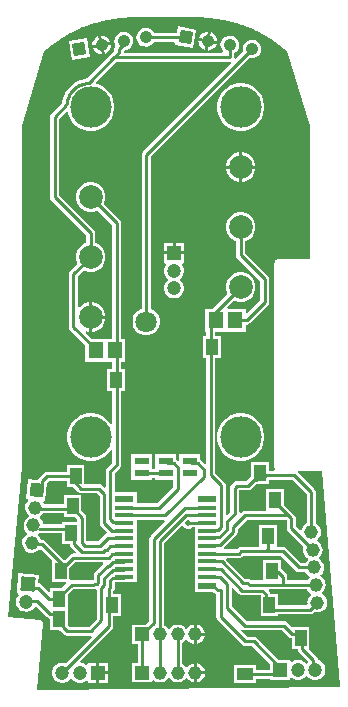
<source format=gbr>
%FSTAX23Y23*%
%MOMM*%
%SFA1B1*%

%IPPOS*%
%AMD18*
4,1,4,-0.617220,-0.431800,0.431800,-0.617220,0.617220,0.431800,-0.431800,0.617220,-0.617220,-0.431800,0.0*
%
%AMD25*
4,1,4,-0.650240,-0.546100,0.546100,-0.650240,0.650240,0.546100,-0.546100,0.650240,-0.650240,-0.546100,0.0*
%
%AMD26*
4,1,4,-0.622300,-0.520700,0.520700,-0.622300,0.622300,0.520700,-0.520700,0.622300,-0.622300,-0.520700,0.0*
%
%AMD28*
4,1,4,-0.431800,-0.617220,0.617220,-0.431800,0.431800,0.617220,-0.617220,0.431800,-0.431800,-0.617220,0.0*
%
%ADD10C,0.253999*%
%ADD11R,1.599997X0.599999*%
%ADD12R,1.599997X0.399999*%
%ADD13R,1.349997X0.999998*%
%ADD14R,0.999998X1.349997*%
%ADD15R,1.304637X1.456197*%
%ADD16R,1.269997X0.634999*%
%ADD17C,1.069998*%
G04~CAMADD=18~10~0.0~421.3~0.0~0.0~0.0~0.0~0~0.0~0.0~0.0~0.0~0~0.0~0.0~0.0~0.0~0~0.0~0.0~0.0~170.0~421.3~0.0*
%ADD18D18*%
%ADD19R,1.199998X1.199998*%
%ADD20C,1.199998*%
%ADD21C,1.149998*%
%ADD22C,1.999996*%
%ADD23R,1.149998X1.149998*%
%ADD24R,1.199998X1.199998*%
G04~CAMADD=25~10~0.0~472.4~0.0~0.0~0.0~0.0~0~0.0~0.0~0.0~0.0~0~0.0~0.0~0.0~0.0~0~0.0~0.0~0.0~175.0~472.4~0.0*
%ADD25D25*%
G04~CAMADD=26~10~0.0~452.8~0.0~0.0~0.0~0.0~0~0.0~0.0~0.0~0.0~0~0.0~0.0~0.0~0.0~0~0.0~0.0~0.0~175.0~452.8~0.0*
%ADD26D26*%
%ADD27C,1.799996*%
G04~CAMADD=28~10~0.0~421.3~0.0~0.0~0.0~0.0~0~0.0~0.0~0.0~0.0~0~0.0~0.0~0.0~0.0~0~0.0~0.0~0.0~190.0~421.3~0.0*
%ADD28D28*%
%ADD29C,3.499993*%
%ADD30C,0.499999*%
%LNflightstick_trigger_rightv2_copper_signal_top-1*%
%LPD*%
G36*
X-0686Y07664D02*
X-06845D01*
X-06845*
X-06825*
X-06825*
X-06825*
X-0681*
X-06795Y07664*
X-06795*
X-06775*
X-06699Y07664*
X-06684Y07664*
X-06684Y07664*
X-06684Y07664*
X-06669*
X-06562Y07664*
X-06562*
X-06527*
X-06527*
X-06527*
X-06466Y07663*
X-06466*
X-06466*
X-0642*
X-0642*
X-0642*
X-0639Y07663*
X-0639Y07663*
X-0639Y07663*
X-06331*
X-0633Y07663*
X-0633Y07663*
X-06292Y07663*
X-06292*
X-06292*
X-06254*
X-06254*
X-06178Y07663*
X-06178*
X-06159Y07664*
X-0614*
X-0614*
X-06039Y07664*
X-05938Y07664*
X-05919*
X-05881*
X-05824*
X-05805*
X-05805*
X-05805*
X-05786*
X-05749Y07664*
X-0573*
X-05711Y07664*
X-05692*
X-05673Y07664*
X-05641Y07664*
X-05604Y07663*
X-05585Y07663*
X-05566Y07663*
X-05528Y07663*
X-05509Y07663*
X-0549Y07663*
X-05459Y07663*
X-05459*
X-05434Y07663*
X-05408Y07663*
X-05383Y07663*
X-05346Y07663*
X-05308Y07663*
X-05283Y07662*
X-05283*
X-05258Y07662*
X-05233Y07662*
X-05195Y07662*
X-05195*
X-0517Y07662*
X-05132Y07662*
X-05107Y07661*
X-05082Y07661*
X-05082*
X-05044Y07661*
X-05019Y07661*
Y07661*
X-04994Y0766*
X-04956Y0766*
X-04932Y0766*
X-04906Y07659*
X-04881Y07659*
X-04856Y07659*
X-04832Y07659*
X-04831*
X-04813Y07658*
X-04794Y07658*
X-04775Y07658*
X-04775*
X-04756Y07658*
X-04756*
X-04738Y07657*
X-04719Y07657*
X-047Y07657*
X-04681Y07656*
X-04663Y07656*
X-04644Y07656*
X-04625Y07655*
X-04607Y07655*
X-04588Y07655*
X-04569Y07654*
X-0455Y07654*
X-04532Y07654*
X-04513Y07653*
X-04494Y07653*
X-04476Y07652*
X-04457Y07652*
X-04438Y07652*
X-04419Y07651*
X-04401Y07651*
X-04382Y0765*
X-04363Y0765*
X-04345Y07649*
X-04326Y07649*
X-04307Y07648*
X-04288Y07648*
X-0427Y07647*
X-04251Y07647*
X-04233Y07646*
X-04214Y07646*
X-04189Y07645*
X-04164Y07644*
X-04139Y07644*
X-04115Y07643*
X-0409Y07642*
X-04065Y07641*
X-0404Y0764*
X-04015Y07639*
X-0399Y07638*
X-03965Y07638*
X-03965*
X-0394Y07637*
X-03916Y07636*
X-03891Y07635*
X-03866Y07634*
X-03841Y07633*
Y07633*
X-03816Y07631*
X-03792Y0763*
X-03767Y07629*
X-03742Y07628*
X-03717Y07627*
X-03692Y07626*
X-03668Y07625*
X-03643Y07623*
X-03618Y07622*
X-03593Y07621*
X-03562Y07619*
X-03532Y07617*
X-035Y07616*
X-0347Y07614*
X-03439Y07612*
X-03408Y0761*
X-03377Y07608*
X-03346Y07606*
X-03316Y07604*
X-03285Y07602*
X-03253Y076*
X-03253*
X-03223Y07598*
X-03192Y07596*
X-03161Y07594*
X-0313Y07591*
X-031Y07589*
X-03069Y07587*
X-03038Y07584*
X-03001Y07581*
X-02964Y07578*
X-02927Y07575*
X-0289Y07572*
X-02853Y07569*
X-02816Y07565*
X-02779Y07562*
X-02743Y07559*
X-02706Y07555*
X-02669Y07551*
X-02632Y07548*
X-02595Y07544*
X-02559Y0754*
X-02516Y07535*
X-02472Y0753*
X-0243Y07526*
X-02387Y07521*
X-02344Y07516*
X-02301Y0751*
X-02258Y07505*
X-02216Y07499*
X-02173Y07494*
X-02129Y07488*
X-02081Y07481*
X-02032Y07475*
X-01983Y07468*
X-01934Y0746*
X-01885Y07453*
X-01837Y07445*
X-01788Y07438*
X-01733Y07429*
X-01678Y0742*
X-01623Y0741*
X-01568Y07401*
X-01514Y07391*
X-01453Y0738*
X-01392Y07368*
X-01331Y07356*
X-0127Y07344*
X-01204Y0733*
X-01137Y07316*
X-0107Y07302*
X-00997Y07286*
X-00924Y07269*
X-00845Y0725*
X-00766Y07231*
X-00682Y0721*
X-00591Y07186*
X-005Y07162*
X-00403Y07135*
X-00294Y07103*
X-00173Y07066*
X-00124Y07051*
X-00034Y07023*
X00058Y06992*
X0016Y06958*
X00273Y06918*
X00403Y06871*
X00563Y0681*
X0066Y06773*
X00854Y06692*
X01047Y06608*
X01237Y0652*
X01332Y06474*
X01332*
X01358Y06461*
X01412Y06434*
X01465Y06408*
X01518Y06381*
X01543Y06368*
X01687Y06292*
X01801Y0623*
X01899Y06175*
X01989Y06124*
X0207Y06076*
X02144Y06032*
X02213Y0599*
X02279Y0595*
X0234Y05911*
X02398Y05875*
X02455Y05838*
X02508Y05803*
X02562Y05768*
X02611Y05735*
X02661Y05702*
X02706Y05671*
X02751Y0564*
X02797Y05609*
X02842Y05577*
X02884Y05548*
X02925Y05518*
X02967Y05488*
X03008Y05459*
X03046Y05431*
X03083Y05403*
X03121Y05375*
X03158Y05348*
X03196Y05319*
X03234Y05291*
X03267Y05266*
X03301Y0524*
X03335Y05213*
X03369Y05187*
X03403Y05161*
X03436Y05135*
X0347Y05108*
X03504Y05081*
X03534Y05058*
X03564Y05033*
X03594Y05009*
X03624Y04985*
X03654Y04961*
X03684Y04936*
X03714Y04911*
X03744Y04886*
X03774Y04861*
X03808Y04833*
X03828Y04817*
X03864Y04786*
X039Y04755*
X03937Y04724*
X03943Y04719*
X05844Y-01584*
Y-12889*
X0315*
X03032Y-12912*
X02933Y-12978*
X02867Y-13077*
X02844Y-13194*
Y-30479*
X02867Y-30597*
X02905Y-30653*
X02848Y-3078*
X02415*
Y-30058*
X00907*
Y-31215*
X00839Y-31261*
X00445Y-31655*
X-00293*
X-00442Y-31685*
X-00568Y-31769*
X-00782Y-31983*
X-00866Y-32109*
X-00896Y-32258*
Y-34256*
X-01163Y-34522*
X-0128Y-34474*
Y-31996*
X-0131Y-31847*
X-01394Y-31721*
X-02151Y-30964*
Y-21248*
X-01669*
Y-1939*
X-02151*
Y-19016*
X00442*
Y-18422*
X00508*
X00656Y-18392*
X00782Y-18308*
X02306Y-16784*
X0239Y-16658*
X0242Y-1651*
Y-14541*
X0239Y-14392*
X02306Y-14266*
X00388Y-12348*
Y-11354*
X00483Y-11328*
X00769Y-11163*
X01003Y-10929*
X01168Y-10643*
X01253Y-10325*
Y-09994*
X01168Y-09675*
X01003Y-0939*
X00769Y-09156*
X00483Y-08991*
X00165Y-08905*
X-00165*
X-00483Y-08991*
X-00769Y-09156*
X-01003Y-0939*
X-01168Y-09675*
X-01253Y-09994*
Y-10325*
X-01168Y-10643*
X-01003Y-10929*
X-00769Y-11163*
X-00483Y-11328*
X-00388Y-11354*
Y-12509*
X-00358Y-12658*
X-00274Y-12784*
X01643Y-14702*
Y-16349*
X00559Y-17433*
X00442Y-17384*
Y-17051*
X-01096*
X-01145Y-16934*
X-00569Y-16359*
X-00483Y-16408*
X-00165Y-16493*
X00165*
X00483Y-16408*
X00769Y-16243*
X01003Y-16009*
X01168Y-15723*
X01253Y-15405*
Y-15074*
X01168Y-14755*
X01003Y-1447*
X00769Y-14236*
X00483Y-14071*
X00165Y-13985*
X-00165*
X-00483Y-14071*
X-00769Y-14236*
X-01003Y-1447*
X-01168Y-14755*
X-01253Y-15074*
Y-15405*
X-01168Y-15723*
X-01119Y-15809*
X-02361Y-17051*
X-02982*
Y-19016*
X-02928*
Y-1939*
X-03177*
Y-21248*
X-02928*
Y-3017*
X-03045Y-30219*
X-03377Y-29887*
X-03429Y-29853*
Y-294*
X-05207*
Y-29924*
X-05324Y-29972*
X-05409Y-29887*
X-05461Y-29853*
Y-294*
X-07239*
Y-30599*
X-07493*
Y-294*
X-09271*
Y-30543*
Y-31559*
X-07493*
Y-31376*
X-07239*
Y-31559*
X-05722*
Y-32148*
X-0709Y-33516*
X-08795*
Y-326*
X-10642*
Y-3096*
X-10218Y-30536*
X-10134Y-3041*
X-10104Y-30261*
Y-24042*
X-09775*
Y-22184*
X-10104*
Y-21556*
X-09761*
Y-19591*
X-10104*
Y-09826*
X-10134Y-09678*
X-10218Y-09552*
X-1158Y-08189*
X-11531Y-08103*
X-11445Y-07785*
Y-07454*
X-11531Y-07135*
X-11696Y-0685*
X-1193Y-06616*
X-12215Y-06451*
X-12534Y-06365*
X-12865*
X-13183Y-06451*
X-13469Y-06616*
X-13703Y-0685*
X-13868Y-07135*
X-13953Y-07454*
Y-07785*
X-13868Y-08103*
X-13703Y-08389*
X-13469Y-08623*
X-13183Y-08788*
X-12865Y-08873*
X-12534*
X-12215Y-08788*
X-1213Y-08739*
X-10881Y-09987*
Y-19591*
X-12636*
X-13135Y-19093*
X-13069Y-18979*
X-12865Y-19033*
X-12827*
Y-1778*
Y-16525*
X-12865*
X-13183Y-16611*
X-13469Y-16776*
X-13641Y-16948*
X-13768Y-16895*
Y-14317*
X-13269Y-13819*
X-13183Y-13868*
X-12865Y-13953*
X-12534*
X-12215Y-13868*
X-1193Y-13703*
X-11696Y-13469*
X-11531Y-13183*
X-11445Y-12865*
Y-12534*
X-11531Y-12215*
X-11696Y-1193*
X-1193Y-11696*
X-12215Y-11531*
X-12311Y-11505*
Y-10668*
X-12341Y-10519*
X-12425Y-10393*
X-15359Y-07459*
Y-00995*
X-14775Y-00411*
X-14653Y-00448*
X-14626Y-00584*
X-14475Y-00949*
X-14256Y-01277*
X-13977Y-01556*
X-13649Y-01775*
X-13284Y-01926*
X-12897Y-02003*
X-12502*
X-12115Y-01926*
X-1175Y-01775*
X-11422Y-01556*
X-11143Y-01277*
X-10924Y-00949*
X-10773Y-00584*
X-10695Y-00197*
Y00197*
X-10773Y00584*
X-10924Y00949*
X-11143Y01277*
X-11422Y01556*
X-1175Y01775*
X-12115Y01926*
X-12251Y01953*
X-12287Y02075*
X-10532Y03831*
X-00917*
X-00852Y03844*
X-0079Y03727*
X-08275Y-03758*
X-08359Y-03884*
X-08389Y-04032*
Y-1707*
X-08446Y-17085*
X-08709Y-17237*
X-08924Y-17452*
X-09076Y-17715*
X-09154Y-18009*
Y-18312*
X-09076Y-18606*
X-08924Y-18869*
X-08709Y-19084*
X-08446Y-19236*
X-08152Y-19314*
X-07849*
X-07555Y-19236*
X-07292Y-19084*
X-07077Y-18869*
X-06925Y-18606*
X-06846Y-18312*
Y-18009*
X-06925Y-17715*
X-07077Y-17452*
X-07292Y-17237*
X-07555Y-17085*
X-07612Y-1707*
Y-04193*
X00744Y04162*
X00923Y04131*
X0113Y04149*
X01325Y0422*
X01495Y04339*
X01629Y04498*
X01717Y04687*
X01753Y04891*
X01735Y05098*
X01664Y05293*
X01544Y05464*
X01385Y05597*
X01197Y05685*
X00992Y05721*
X00785Y05703*
X0059Y05632*
X0042Y05513*
X00286Y05353*
X00199Y05165*
X00163Y04961*
X00181Y04754*
X00195Y04713*
X-00425Y04092*
X-00542Y04154*
X-00529Y04219*
Y04566*
X-0038Y0467*
X-00246Y04829*
X-00158Y05017*
X-00122Y05222*
X-0014Y05429*
X-00212Y05624*
X-00331Y05794*
X-0049Y05928*
X-00678Y06016*
X-00883Y06052*
X-0109Y06034*
X-01285Y05963*
X-01455Y05843*
X-01589Y05684*
X-01676Y05496*
X-01712Y05291*
X-01694Y05084*
X-01623Y04889*
X-01515Y04735*
X-01548Y04608*
X-09822*
X-09859Y0467*
X-09796Y04806*
X-09666Y04829*
X-09478Y04916*
X-09319Y0505*
X-092Y0522*
X-09129Y05415*
X-0911Y05622*
X-09147Y05827*
X-09234Y06015*
X-09368Y06174*
X-09538Y06293*
X-09733Y06364*
X-0994Y06383*
X-10145Y06346*
X-10333Y06259*
X-10492Y06125*
X-10611Y05955*
X-10682Y0576*
X-10701Y05553*
X-10664Y05348*
X-10602Y05214*
X-10675Y05104*
X-10705Y04956*
Y04756*
X-10967Y04494*
X-13024Y02437*
X-13181Y02422*
X-13645Y02281*
X-14072Y02053*
X-14446Y01746*
X-14753Y01372*
X-14981Y00945*
X-15122Y00481*
X-15137Y00324*
X-16022Y-0056*
X-16106Y-00686*
X-16136Y-00835*
Y-0762*
X-16106Y-07768*
X-16022Y-07894*
X-13088Y-10828*
Y-11505*
X-13183Y-11531*
X-13469Y-11696*
X-13703Y-1193*
X-13868Y-12215*
X-13953Y-12534*
Y-12865*
X-13868Y-13183*
X-13819Y-13269*
X-14431Y-13882*
X-14515Y-14008*
X-14545Y-14156*
Y-1862*
X-14515Y-18769*
X-14431Y-18895*
X-13185Y-20141*
Y-21556*
X-10881*
Y-22184*
X-11283*
Y-24042*
X-10881*
Y-26825*
X-11008Y-26864*
X-11143Y-26662*
X-11422Y-26383*
X-1175Y-26164*
X-12115Y-26013*
X-12502Y-25935*
X-12897*
X-13284Y-26013*
X-13649Y-26164*
X-13977Y-26383*
X-14256Y-26662*
X-14475Y-2699*
X-14626Y-27355*
X-14703Y-27742*
Y-28137*
X-14626Y-28524*
X-14475Y-28889*
X-14256Y-29217*
X-13977Y-29496*
X-13649Y-29715*
X-13284Y-29866*
X-12897Y-29943*
X-12502*
X-12115Y-29866*
X-1175Y-29715*
X-11422Y-29496*
X-11143Y-29217*
X-11008Y-29015*
X-10881Y-29054*
Y-301*
X-11305Y-30524*
X-11389Y-3065*
X-11419Y-30799*
Y-32188*
X-11536Y-32236*
X-1175Y-32023*
X-11876Y-31939*
X-12024Y-31909*
X-13226*
Y-30312*
X-14734*
Y-30853*
X-16391*
X-16539Y-30883*
X-16665Y-30967*
X-17112Y-31413*
X-17196Y-31539*
X-17207Y-31594*
X-18035Y-31522*
X-18179Y-33174*
X-18032Y-33187*
X-17991Y-33318*
X-18029Y-33349*
X-18154Y-33528*
X-18228Y-33733*
X-18247Y-33951*
X-1821Y-34166*
X-18117Y-34364*
X-17977Y-34531*
X-17939Y-34557*
X-1795Y-34684*
X-17992Y-34703*
X-18159Y-34844*
X-18284Y-35023*
X-18359Y-35228*
X-18378Y-35445*
X-1834Y-3566*
X-18248Y-35858*
X-18108Y-36025*
X-1807Y-36052*
X-18081Y-36178*
X-18123Y-36198*
X-1829Y-36338*
X-18415Y-36517*
X-1849Y-36722*
X-18509Y-36939*
X-18471Y-37154*
X-18379Y-37352*
X-18238Y-37519*
X-1806Y-37645*
X-17855Y-37719*
X-17637Y-37738*
X-17422Y-377*
X-17224Y-37608*
X-17057Y-37468*
X-16898Y-37462*
X-16004Y-38355*
Y-40171*
X-14784*
X-14735Y-40289*
X-15173Y-40726*
X-16131*
Y-41036*
X-16249Y-41085*
X-16925Y-40409*
X-17051Y-40325*
X-17173Y-40301*
X-1711Y-39585*
X-18812Y-39436*
X-18961Y-41137*
X-18835Y-41148*
X-18815Y-4121*
X-18805Y-41279*
X-1893Y-41458*
X-19007Y-41669*
X-19027Y-41893*
X-18988Y-42114*
X-18893Y-42318*
X-18748Y-4249*
X-18564Y-42619*
X-18353Y-42696*
X-18129Y-42716*
X-17907Y-42677*
X-17703Y-42582*
X-17531Y-42437*
X-17455Y-42328*
X-17294Y-42309*
X-16395Y-43208*
X-16269Y-43292*
X-16142Y-43317*
Y-44235*
X-15342*
X-1529Y-44313*
X-14966Y-44637*
X-1484Y-44721*
X-14691Y-44751*
X-12714*
X-12684Y-44745*
X-12621Y-44862*
X-14824Y-47065*
X-14976Y-47024*
X-15201*
X-15418Y-47083*
X-15613Y-47195*
X-15772Y-47354*
X-15884Y-47549*
X-15942Y-47766*
Y-47991*
X-15884Y-48208*
X-15772Y-48403*
X-15613Y-48562*
X-15418Y-48674*
X-15201Y-48732*
X-14976*
X-14759Y-48674*
X-14564Y-48562*
X-14414Y-48411*
X-14378Y-48397*
X-14299*
X-14263Y-48411*
X-14113Y-48562*
X-13918Y-48674*
X-13701Y-48732*
X-13476*
X-13259Y-48674*
X-13069Y-48565*
X-13002Y-48581*
X-12942Y-48606*
Y-48732*
X-12215*
Y-47879*
Y-47024*
X-12942*
Y-47151*
X-13002Y-47176*
X-13069Y-47192*
X-13259Y-47083*
X-13476Y-47024*
X-13519*
X-13568Y-46907*
X-10893Y-44233*
X-10809Y-44107*
X-1078Y-43958*
Y-43092*
X-10167*
Y-41234*
X-1078*
Y-40968*
X-10756Y-40944*
X-10672Y-40818*
X-10642Y-40669*
Y-40212*
X-09918*
X-09901Y-40208*
X-08795*
Y-39558*
Y-38908*
Y-38258*
Y-37608*
Y-36958*
Y-36308*
Y-35658*
Y-34943*
X-06472*
X-0642Y-3507*
X-07628Y-36278*
X-07712Y-36404*
X-07742Y-36553*
Y-43482*
X-08066Y-43805*
X-09174*
Y-45463*
X-08722*
Y-47049*
X-09162*
Y-48707*
X-07504*
Y-48559*
X-07377Y-48507*
X-07343Y-48542*
X-07153Y-48651*
X-06943Y-48707*
X-06724*
X-06514Y-48651*
X-06324Y-48542*
X-0617Y-48388*
X-06147Y-48347*
X-0602*
X-05997Y-48388*
X-05843Y-48542*
X-05653Y-48651*
X-05443Y-48707*
X-05224*
X-05014Y-48651*
X-04824Y-48542*
X-0467Y-48388*
X-04647Y-48347*
X-0452*
X-04497Y-48388*
X-04343Y-48542*
X-04153Y-48651*
X-0396Y-48703*
Y-47879*
Y-47054*
X-04153Y-47106*
X-04343Y-47215*
X-04497Y-47369*
X-0452Y-4741*
X-04647*
X-0467Y-47369*
X-04824Y-47215*
X-04951Y-47142*
Y-45364*
X-04836Y-45298*
X-04682Y-45144*
X-04659Y-45103*
X-04532*
X-04509Y-45144*
X-04355Y-45298*
X-04165Y-45407*
X-03972Y-45459*
Y-44634*
Y-4381*
X-04165Y-43862*
X-04355Y-43971*
X-04509Y-44125*
X-04532Y-44166*
X-04659*
X-04682Y-44125*
X-04836Y-43971*
X-05025Y-43862*
X-05236Y-43805*
X-05455*
X-05665Y-43862*
X-05855Y-43971*
X-06009Y-44125*
X-06032Y-44166*
X-06159*
X-06182Y-44125*
X-06336Y-43971*
X-06457Y-43902*
Y-36924*
X-04998Y-35465*
X-04844Y-35491*
X-0473Y-35606*
X-04545Y-35682*
X-04344*
X-04159Y-35606*
X-04133Y-3558*
X-03903*
Y-36308*
Y-36958*
Y-37608*
Y-38258*
Y-38908*
Y-39558*
Y-40208*
Y-41058*
X-02345*
X-02235Y-41168*
X-02109Y-41252*
X-02057Y-41263*
Y-43161*
X-02027Y-4331*
X-01943Y-43436*
X00117Y-45497*
X00243Y-45581*
X00391Y-45611*
X00939*
X02471Y-47143*
Y-47628*
X01309*
Y-47262*
X-00547*
Y-4877*
X01309*
Y-48405*
X02471*
Y-48478*
X04179*
Y-48352*
X04239Y-48327*
X04306Y-48311*
X04496Y-4842*
X04713Y-48478*
X04938*
X05155Y-4842*
X0535Y-48308*
X055Y-48157*
X05536Y-48143*
X05615*
X05651Y-48157*
X05801Y-48308*
X05996Y-4842*
X06213Y-48478*
X06438*
X06655Y-4842*
X0685Y-48308*
X07009Y-48149*
X07121Y-47954*
X07179Y-47737*
Y-47512*
X07121Y-47295*
X07009Y-471*
X0685Y-46941*
X06655Y-46829*
X06541Y-46798*
Y-46792*
X06511Y-46644*
X06427Y-46518*
X05891Y-45982*
X05822Y-45886*
Y-44028*
X04323*
X03922Y-43627*
X03796Y-43543*
X03647Y-43513*
X00501*
X-00772Y-42239*
Y-40739*
X-00655Y-40691*
X-00137Y-41208*
X-00011Y-41292*
X00136Y-41322*
X01657*
X0168Y-41346*
Y-43092*
X03188*
Y-42925*
X05899*
X06047Y-42895*
X06173Y-42811*
X06239Y-42745*
X06451Y-42783*
X06669Y-42764*
X06874Y-42689*
X07053Y-42564*
X07193Y-42397*
X07285Y-42199*
X07323Y-41984*
X07304Y-41766*
X07229Y-41561*
X07104Y-41382*
X06937Y-41242*
X06895Y-41223*
X06884Y-41096*
X06922Y-4107*
X07062Y-40902*
X07154Y-40704*
X07192Y-4049*
X07173Y-40272*
X07099Y-40067*
X06973Y-39888*
X06806Y-39748*
X06764Y-39728*
X06753Y-39602*
X06791Y-39575*
X06931Y-39408*
X07024Y-3921*
X07062Y-38995*
X07043Y-38778*
X06968Y-38573*
X06843Y-38394*
X06675Y-38254*
X06634Y-38234*
X06622Y-38108*
X0666Y-38081*
X06801Y-37914*
X06893Y-37716*
X06931Y-37501*
X06912Y-37283*
X06837Y-37078*
X06712Y-369*
X06545Y-36759*
X06503Y-3674*
X06492Y-36613*
X0653Y-36587*
X0667Y-36419*
X06762Y-36222*
X068Y-36007*
X06781Y-35789*
X06706Y-35584*
X06581Y-35405*
X06414Y-35265*
X06353Y-35237*
Y-32599*
X06324Y-3245*
X06239Y-32324*
X04828Y-30912*
X04843Y-30839*
X04875Y-30785*
X06869*
X08432Y-49014*
X08346Y-49108*
X-17122Y-49361*
X-17208Y-49268*
X-16713Y-43722*
X-16726Y-43603*
X-16783Y-43499*
X-16876Y-43424*
X-1699Y-4339*
X-19674Y-43151*
X-18545Y-30507*
X-18546Y-30493*
X-18544Y-3048*
Y-01584*
X-16643Y04718*
X-1661Y04746*
X-16569Y04781*
X-16528Y04815*
X-16487Y0485*
X-16448Y04883*
X-16408Y04915*
X-16368Y04948*
X-16329Y0498*
X-16289Y05012*
X-16249Y05044*
X-16209Y05076*
X-1617Y05107*
X-16131Y05138*
X-16093Y05168*
X-16055Y05197*
X-16017Y05227*
X-15978Y05257*
X-15939Y05286*
X-15901Y05315*
X-15862Y05344*
X-15823Y05373*
X-15785Y05402*
X-15747Y05429*
X-15711Y05456*
X-15673Y05483*
X-15636Y0551*
X-15598Y05537*
X-15562Y05563*
X-15524Y05589*
X-15487Y05616*
X-15449Y05642*
X-15411Y05668*
X-15374Y05693*
X-15336Y05718*
X-153Y05742*
X-15265Y05766*
X-15229Y0579*
X-15192Y05814*
X-15156Y05837*
X-1512Y05861*
X-15085Y05883*
X-15048Y05906*
X-15012Y05929*
X-14976Y05952*
X-1494Y05974*
X-14903Y05996*
X-14865Y0602*
X-14844Y06032*
X-1472Y06106*
X-14582Y06185*
X-14425Y06271*
X-14402Y06284*
X-14353Y0631*
X-14305Y06336*
X-14256Y06361*
X-14232Y06374*
X-14231*
X-14231Y06374*
X-14118Y06432*
X-13887Y06544*
X-13654Y0665*
X-13418Y0675*
X-13265Y0681*
X-13196Y06837*
X-13128Y06863*
X-13059Y06888*
X-13024Y06901*
X-13024*
X-13024*
X-13002Y06909*
X-12956Y06925*
X-12911Y06941*
X-12866Y06957*
X-12844Y06964*
X-12697Y07013*
X-12573Y07053*
X-12463Y07086*
X-1236Y07117*
X-12268Y07143*
X-12179Y07167*
X-12098Y07189*
X-1202Y07209*
X-11946Y07228*
X-11875Y07246*
X-11808Y07262*
X-11745Y07276*
X-11681Y07291*
X-11621Y07304*
X-11565Y07316*
X-11509Y07328*
X-11456Y07339*
X-11402Y0735*
X-1135Y0736*
X-11297Y07371*
X-11229Y07384*
X-11171Y07394*
X-11117Y07404*
X-11064Y07413*
X-11011Y07422*
X-10958Y07431*
X-10904Y0744*
X-10856Y07448*
X-10807Y07455*
X-10759Y07462*
X-1071Y0747*
X-10661Y07477*
X-10617Y07483*
X-10574Y07489*
X-1053Y07495*
X-10486Y075*
X-10442Y07506*
X-10398Y07512*
X-10354Y07517*
X-10316Y07522*
X-10276Y07526*
X-10238Y07531*
X-10198Y07535*
X-10159Y07539*
X-1012Y07543*
X-10081Y07547*
X-10042Y07551*
X-10003Y07555*
X-09968Y07559*
X-09934Y07562*
X-099Y07565*
X-09865Y07568*
X-09831Y07571*
X-09797Y07574*
X-09763Y07577*
X-09729Y0758*
X-09694Y07583*
X-0966Y07586*
X-09625Y07588*
X-09591Y07591*
X-09562Y07593*
X-09532Y07595*
X-09503Y07598*
X-09473Y076*
X-09444Y07602*
X-09415Y07604*
X-09385Y07606*
X-09355Y07607*
X-09326Y07609*
X-09296Y07611*
X-09267Y07613*
X-09237Y07615*
X-09207Y07616*
X-09178Y07618*
X-09148Y0762*
X-09124Y07621*
X-09099Y07622*
X-09075Y07623*
X-0905Y07625*
X-09025Y07626*
X-09001Y07627*
X-09001*
X-08976Y07628*
X-08976*
X-08951Y07629*
X-08927Y0763*
X-08902Y07632*
X-08902*
X-08877Y07633*
X-08852Y07634*
X-08852*
X-08828Y07635*
X-08803Y07636*
X-08778Y07637*
X-08754Y07638*
X-08729Y07639*
X-08704Y07639*
X-08679Y0764*
X-08654Y07641*
X-08635Y07642*
X-08615Y07643*
X-08615*
X-08595Y07643*
X-08575Y07644*
X-08555Y07644*
X-08555*
X-08536Y07645*
X-08516Y07646*
Y07646*
X-08496Y07646*
X-08476Y07647*
X-08456Y07647*
X-08436Y07648*
X-08416Y07649*
X-08397Y07649*
X-08377Y0765*
X-08357Y0765*
X-08337Y07651*
X-08337*
X-08317Y07651*
X-08297Y07651*
X-08277Y07652*
X-08257Y07652*
X-08238Y07653*
X-08218Y07653*
X-08198Y07654*
X-08178Y07654*
X-08158Y07654*
X-08143Y07655*
X-08128Y07655*
X-08113Y07655*
X-08098Y07656*
X-08083Y07656*
X-08068Y07656*
X-08054Y07656*
X-08039Y07657*
X-08024Y07657*
X-08009Y07657*
X-07994Y07657*
X-07979Y07657*
X-07964Y07658*
X-07949Y07658*
X-07934Y07658*
X-07919Y07658*
X-07904Y07659*
X-07889Y07659*
X-07889*
X-07874Y07659*
X-07874*
X-07859Y07659*
X-07844Y07659*
X-07829Y07659*
X-07814Y0766*
X-07799Y0766*
X-07784Y0766*
X-07769Y0766*
X-07769*
X-07754Y0766*
X-07739Y0766*
X-07724Y07661*
X-07709Y07661*
X-07694Y07661*
X-07679Y07661*
X-07679*
X-07664Y07661*
X-07649Y07661*
X-07629Y07661*
X-07609Y07662*
X-07609*
X-07589Y07662*
X-07569Y07662*
X-07539Y07662*
X-07509Y07662*
X-07489Y07662*
X-07469Y07662*
X-07449Y07663*
X-07449*
X-07429Y07663*
X-07409Y07663*
X-07389Y07663*
X-07358Y07663*
X-07338Y07663*
X-07318Y07663*
X-07298Y07663*
X-07278Y07663*
X-07248Y07663*
X-07228Y07663*
X-07188Y07663*
X-07137Y07664*
X-07107Y07664*
X-07057Y07664*
X-07027Y07664*
X-06971Y07664*
X-06941*
X-06881*
X-0686*
G37*
G36*
X-14988Y-3471D02*
X-1403D01*
X-13831Y-34909*
Y-35138*
X-15115*
Y-35298*
X-1672*
X-16745Y-35157*
X-16838Y-34959*
X-16978Y-34792*
X-17016Y-34766*
X-17005Y-34639*
X-16963Y-3462*
X-16796Y-34479*
X-16736Y-34394*
X-14988*
Y-3471*
G37*
G36*
X05576Y-3276D02*
Y-3523D01*
X054Y-35354*
X0526Y-35521*
X05167Y-35719*
X05154Y-35794*
X05017Y-35837*
X04669Y-35489*
Y-34798*
X04639Y-34649*
X04555Y-34523*
X03685Y-33653*
Y-32344*
X02177*
Y-34155*
X00381*
X00232Y-34185*
X00106Y-34269*
X00007Y-34368*
X-00119Y-34315*
Y-32432*
X00605*
X00754Y-32402*
X0088Y-32318*
X01274Y-31924*
X01288*
X01326Y-31916*
X02415*
Y-31557*
X04374*
X05576Y-3276*
G37*
G36*
X-14734Y-3217D02*
X-14157D01*
X-13755Y-32572*
X-13629Y-32656*
X-1348Y-32686*
X-12185*
X-11942Y-32929*
Y-34602*
X-11945Y-34617*
Y-3522*
X-11915Y-35369*
X-11831Y-35495*
X-11328Y-35998*
X-1137Y-36136*
X-1142Y-36146*
X-11546Y-3623*
X-11914Y-36598*
X-11955Y-36626*
X-12065Y-36735*
X-13054*
Y-34748*
X-13084Y-346*
X-13168Y-34474*
X-1348Y-34161*
Y-32852*
X-14988*
Y-33617*
X-16636*
X-16707Y-33465*
X-16739Y-33427*
X-16675Y-33305*
X-16528Y-33318*
X-16394Y-31795*
X-1623Y-3163*
X-14734*
Y-3217*
G37*
G36*
X-15115Y-36996D02*
X-14471D01*
X-14445Y-37123*
X-14361Y-37249*
X-13959Y-37652*
X-14007Y-37769*
X-14165*
X-14314Y-37799*
X-1444Y-37883*
X-14871Y-38313*
X-14947*
X-16541Y-3672*
X-16667Y-36635*
X-16816Y-36606*
X-16897*
X-16968Y-36454*
X-17109Y-36286*
X-17147Y-3626*
X-17135Y-36133*
X-17094Y-36114*
X-17047Y-36075*
X-15115*
Y-36996*
G37*
G36*
X03892Y-34958D02*
Y-35649D01*
X03922Y-35798*
X04006Y-35924*
X05298Y-37216*
X0526Y-37428*
X05279Y-37645*
X05354Y-37851*
X05479Y-38029*
X05646Y-3817*
X05688Y-38189*
X05699Y-38316*
X05661Y-38342*
X05521Y-3851*
X05493Y-3857*
X05084*
X03829Y-37315*
X03703Y-37231*
X03554Y-37202*
X0305*
Y-35392*
X01542*
Y-37202*
X0005*
X-00098Y-37231*
X-00224Y-37315*
X-00325Y-37416*
X-01356*
X-01409Y-37289*
X-00378Y-36258*
X-00294Y-36132*
X-00264Y-35983*
Y-35738*
X00541Y-34932*
X03866*
X03892Y-34958*
G37*
G36*
X04648Y-39233D02*
X04774Y-39318D01*
X04923Y-39347*
X05486*
X0561Y-39524*
X05777Y-39664*
X05819Y-39684*
X0583Y-3981*
X05792Y-39837*
X05652Y-40004*
X05636Y-40037*
X03947*
Y-39742*
X03917Y-39594*
X03833Y-39468*
X0346Y-39095*
X03431Y-39076*
Y-38313*
X01923*
Y-40037*
X00889*
X00875Y-40024*
X00749Y-3994*
X00601Y-3991*
X00381*
X-01218Y-3831*
X-0117Y-38193*
X-00164*
X-00015Y-38163*
X0011Y-38079*
X00211Y-37978*
X03393*
X04648Y-39233*
G37*
G36*
X-11633Y-38663D02*
X-12321Y-39351D01*
X-12405Y-39477*
X-12435Y-39626*
Y-40001*
X-12564Y-40027*
X-1258Y-40037*
X-14322*
X-14369Y-40046*
X-1449Y-39959*
X-14496Y-39942*
Y-39038*
X-14005Y-38546*
X-11682*
X-11633Y-38663*
G37*
G36*
X05615Y-40839D02*
X0574Y-41018D01*
X05908Y-41158*
X0595Y-41178*
X05961Y-41304*
X05923Y-41331*
X05782Y-41498*
X0569Y-41696*
X05652Y-41911*
X05662Y-42021*
X05549Y-42148*
X03188*
Y-41234*
X02524*
X02499Y-41108*
X02415Y-40982*
X02365Y-40931*
X02413Y-40814*
X05606*
X05615Y-40839*
G37*
G36*
X-12218Y-40836D02*
X-12199Y-40847D01*
Y-43298*
X-12875Y-43974*
X-14531*
X-14627Y-43878*
Y-43854*
X-14634Y-43817*
Y-42584*
X-14623*
Y-41276*
X-14162Y-40814*
X-12455*
X-12326Y-40788*
X-12218Y-40836*
G37*
G36*
X00192Y-4426D02*
X0034Y-4429D01*
X03486*
X04062Y-44866*
X04188Y-4495*
X04314Y-44975*
Y-45886*
X04841*
X04866Y-46013*
X0495Y-46139*
X05692Y-46881*
Y-4705*
X05651Y-47092*
X05615Y-47106*
X05536*
X055Y-47092*
X0535Y-46941*
X05155Y-46829*
X04938Y-4677*
X04713*
X04496Y-46829*
X04306Y-46938*
X04239Y-46922*
X04179Y-46897*
Y-4677*
X03198*
X01375Y-44948*
X01249Y-44864*
X011Y-44834*
X00552*
X0001Y-44292*
X00091Y-44193*
X00192Y-4426*
G37*
%LNflightstick_trigger_rightv2_copper_signal_top-2*%
%LPC*%
G36*
X-0531Y06832D02*
X-05402Y06307D01*
X-0734*
X-07358Y06346*
X-07492Y06505*
X-07662Y06624*
X-07857Y06695*
X-08064Y06713*
X-08269Y06677*
X-08457Y06589*
X-08616Y06456*
X-08735Y06286*
X-08806Y06091*
X-08824Y05884*
X-08788Y05679*
X-08701Y05491*
X-08567Y05332*
X-08397Y05212*
X-08202Y05141*
X-07995Y05123*
X-0779Y05159*
X-07602Y05247*
X-07443Y05381*
X-07338Y0553*
X-05638*
X-05556Y05433*
X-05584Y05278*
X-0403Y05004*
X-03756Y06558*
X-0531Y06832*
G37*
G36*
X-02783Y0638D02*
X-02966Y06364D01*
X-03161Y06293*
X-03331Y06174*
X-03465Y06015*
X-03542Y05848*
X-02896Y05735*
X-02783Y0638*
G37*
G36*
X-02532Y06336D02*
X-02646Y0569D01*
X-02001Y05577*
X-02017Y0576*
X-02088Y05955*
X-02207Y06125*
X-02366Y06259*
X-02532Y06336*
G37*
G36*
X-11792Y0605D02*
X-11679Y05404D01*
X-11033Y05518*
X-1111Y05684*
X-11244Y05843*
X-11414Y05963*
X-11609Y06034*
X-11792Y0605*
G37*
G36*
X-12043Y06006D02*
X-12209Y05928D01*
X-12368Y05794*
X-12487Y05624*
X-12558Y05429*
X-12575Y05246*
X-11929Y0536*
X-12043Y06006*
G37*
G36*
X-03586Y05598D02*
X-0357Y05415D01*
X-03499Y0522*
X-0338Y0505*
X-03221Y04916*
X-03054Y04839*
X-02941Y05484*
X-03586Y05598*
G37*
G36*
X-0269Y0544D02*
X-02804Y04795D01*
X-02621Y04811*
X-02426Y04882*
X-02256Y05001*
X-02122Y0516*
X-02045Y05326*
X-0269Y0544*
G37*
G36*
X-10989Y05268D02*
X-11634Y05154D01*
X-11521Y04508*
X-11354Y04585*
X-11195Y04719*
X-11076Y04889*
X-11005Y05084*
X-10989Y05268*
G37*
G36*
X-11885Y0511D02*
X-1253Y04996D01*
X-12453Y04829*
X-12319Y0467*
X-12149Y04551*
X-11954Y0448*
X-11771Y04464*
X-11885Y0511*
G37*
G36*
X-13018Y0584D02*
X-14572Y05566D01*
X-14298Y04012*
X-12744Y04286*
X-13018Y0584*
G37*
G36*
X00197Y02003D02*
X-00197D01*
X-00584Y01926*
X-00949Y01775*
X-01277Y01556*
X-01556Y01277*
X-01775Y00949*
X-01926Y00584*
X-02003Y00197*
Y-00197*
X-01926Y-00584*
X-01775Y-00949*
X-01556Y-01277*
X-01277Y-01556*
X-00949Y-01775*
X-00584Y-01926*
X-00197Y-02003*
X00197*
X00584Y-01926*
X00949Y-01775*
X01277Y-01556*
X01556Y-01277*
X01775Y-00949*
X01926Y-00584*
X02003Y-00197*
Y00197*
X01926Y00584*
X01775Y00949*
X01556Y01277*
X01277Y01556*
X00949Y01775*
X00584Y01926*
X00197Y02003*
G37*
G36*
X00165Y-03825D02*
X00127D01*
Y-04953*
X01253*
Y-04914*
X01168Y-04595*
X01003Y-0431*
X00769Y-04076*
X00483Y-03911*
X00165Y-03825*
G37*
G36*
X-00127D02*
X-00165D01*
X-00483Y-03911*
X-00769Y-04076*
X-01003Y-0431*
X-01168Y-04595*
X-01253Y-04914*
Y-04953*
X-00127*
Y-03825*
G37*
G36*
X01253Y-05207D02*
X00127D01*
Y-06333*
X00165*
X00483Y-06248*
X00769Y-06083*
X01003Y-05849*
X01168Y-05563*
X01253Y-05245*
Y-05207*
G37*
G36*
X-00127D02*
X-01253D01*
Y-05245*
X-01168Y-05563*
X-01003Y-05849*
X-00769Y-06083*
X-00483Y-06248*
X-00165Y-06333*
X-00127*
Y-05207*
G37*
G36*
X-04791Y-11488D02*
X-05518D01*
Y-12215*
X-04791*
Y-11488*
G37*
G36*
X-05772D02*
X-06499D01*
Y-12215*
X-05772*
Y-11488*
G37*
G36*
X-04791Y-12469D02*
X-05645D01*
X-06499*
Y-13196*
X-06373*
X-06348Y-13256*
X-06332Y-13323*
X-06441Y-13513*
X-06499Y-1373*
Y-13955*
X-06441Y-14172*
X-06329Y-14367*
X-06178Y-14517*
X-06164Y-14553*
Y-14632*
X-06178Y-14668*
X-06329Y-14818*
X-06441Y-15013*
X-06499Y-1523*
Y-15455*
X-06441Y-15672*
X-06329Y-15867*
X-0617Y-16026*
X-05975Y-16138*
X-05758Y-16196*
X-05533*
X-05316Y-16138*
X-05121Y-16026*
X-04962Y-15867*
X-0485Y-15672*
X-04791Y-15455*
Y-1523*
X-0485Y-15013*
X-04962Y-14818*
X-05113Y-14668*
X-05127Y-14632*
Y-14553*
X-05113Y-14517*
X-04962Y-14367*
X-0485Y-14172*
X-04791Y-13955*
Y-1373*
X-0485Y-13513*
X-04959Y-13323*
X-04942Y-13256*
X-04918Y-13196*
X-04791*
Y-12469*
G37*
G36*
X-12534Y-16525D02*
X-12573D01*
Y-17653*
X-11445*
Y-17614*
X-11531Y-17295*
X-11696Y-1701*
X-1193Y-16776*
X-12215Y-16611*
X-12534Y-16525*
G37*
G36*
X-11445Y-17907D02*
X-12573D01*
Y-19033*
X-12534*
X-12215Y-18948*
X-1193Y-18783*
X-11696Y-18549*
X-11531Y-18263*
X-11445Y-17945*
Y-17907*
G37*
G36*
X00197Y-25935D02*
X-00197D01*
X-00584Y-26013*
X-00949Y-26164*
X-01277Y-26383*
X-01556Y-26662*
X-01775Y-2699*
X-01926Y-27355*
X-02003Y-27742*
Y-28137*
X-01926Y-28524*
X-01775Y-28889*
X-01556Y-29217*
X-01277Y-29496*
X-00949Y-29715*
X-00584Y-29866*
X-00197Y-29943*
X00197*
X00584Y-29866*
X00949Y-29715*
X01277Y-29496*
X01556Y-29217*
X01775Y-28889*
X01926Y-28524*
X02003Y-28137*
Y-27742*
X01926Y-27355*
X01775Y-2699*
X01556Y-26662*
X01277Y-26383*
X00949Y-26164*
X00584Y-26013*
X00197Y-25935*
G37*
G36*
X-03718Y-4381D02*
Y-44507D01*
X-03021*
X-03073Y-44314*
X-03182Y-44125*
X-03336Y-43971*
X-03526Y-43862*
X-03718Y-4381*
G37*
G36*
X-03021Y-44761D02*
X-03718D01*
Y-45459*
X-03526Y-45407*
X-03336Y-45298*
X-03182Y-45144*
X-03073Y-44954*
X-03021Y-44761*
G37*
G36*
X-03706Y-47054D02*
Y-47752D01*
X-03009*
X-03061Y-47559*
X-0317Y-47369*
X-03324Y-47215*
X-03514Y-47106*
X-03706Y-47054*
G37*
G36*
X-11234Y-47024D02*
X-11961D01*
Y-47752*
X-11234*
Y-47024*
G37*
G36*
X-03009Y-48006D02*
X-03706D01*
Y-48703*
X-03514Y-48651*
X-03324Y-48542*
X-0317Y-48388*
X-03061Y-48198*
X-03009Y-48006*
G37*
G36*
X-11234D02*
X-11961D01*
Y-48732*
X-11234*
Y-48006*
G37*
%LNflightstick_trigger_rightv2_copper_signal_top-3*%
%LPD*%
G54D10*
X-1284Y02072D02*
D01*
X-12984Y02057*
X-13127Y02032*
X-13268Y01997*
X-13406Y01953*
X-1354Y01899*
X-13671Y01835*
X-13797Y01763*
X-13917Y01682*
X-14031Y01593*
X-14139Y01496*
X-1424Y01392*
X-14334Y01282*
X-14419Y01164*
X-14496Y01042*
X-14564Y00914*
X-14624Y00781*
X-14674Y00645*
X-14714Y00506*
X-14744Y00364*
X-14765Y00221*
X-14772Y0014*
X-17713Y-40684D02*
X-17199D01*
X-18035Y-40361D02*
X-17713Y-40684D01*
X-18093Y-41783D02*
X-17272D01*
X-18166Y-41855D02*
X-18093Y-41783D01*
X-08001Y-04032D02*
X00958Y04926D01*
X-08001Y-18161D02*
Y-04032D01*
X-00917Y04219D02*
Y05257D01*
X-10692Y04219D02*
X-00917D01*
X-1284Y02072D02*
X-10692Y04219D01*
X-10316Y04595*
Y04956D02*
X-09906Y05367D01*
X-10316Y04595D02*
Y04956D01*
X-1284Y02072D02*
D01*
X-09906Y05367D02*
Y05588D01*
X-15748Y-0762D02*
Y-00835D01*
X-14772Y0014*
X-14156Y-14156D02*
X-127Y-127D01*
X-14156Y-1862D02*
Y-14156D01*
X-127Y-127D02*
Y-10668D01*
X-15748Y-0762D02*
X-127Y-10668D01*
X-15211Y-39203D02*
X-14165Y-38157D01*
X-15123Y-39243D02*
Y-38686D01*
X-1525Y-39243D02*
X-15211Y-39203D01*
X-14165Y-38157D02*
X-1116D01*
X-15123Y-3929D02*
Y-39243D01*
X-13442Y-369D02*
X-13219Y-37123D01*
X-11904*
X-1168Y-369D02*
X-11667D01*
X-11526Y-37465D02*
X-11351D01*
X-11693Y-37631D02*
X-11526Y-37465D01*
X-11351D02*
X-11041Y-37154D01*
X-11904Y-37123D02*
X-1168Y-369D01*
X-10876Y-37873D02*
X-09918D01*
X-13442Y-369D02*
Y-34748D01*
X-11667Y-369D02*
X-11271Y-36504D01*
X-1343Y-37631D02*
X-11693D01*
X-1116Y-38157D02*
X-10876Y-37873D01*
X-14087Y-36975D02*
X-1343Y-37631D01*
X-16816Y-36994D02*
X-15123Y-38686D01*
X-17674Y-36903D02*
X-17582Y-36994D01*
X-16816*
X-17412Y-33914D02*
X-17321Y-34006D01*
X-14459*
X-17281Y-3242D02*
X-16837Y-31976D01*
Y-31688*
X-16391Y-31242D02*
X-14361D01*
X-16837Y-31688D02*
X-16391Y-31242D01*
X-14361Y-31416D02*
X-1348Y-32297D01*
X-14322Y-40425D02*
X-12455D01*
X-15298Y-41402D02*
X-14322Y-40425D01*
X-12455D02*
X-12415Y-40386D01*
X-15377Y-41656D02*
Y-41402D01*
X-14459Y-34006D02*
X-14322Y-33869D01*
X-11168Y-43958D02*
Y-40807D01*
X-11538Y-40459D02*
Y-39836D01*
X-11811Y-43459D02*
Y-40731D01*
X-12184Y-40386D02*
X-12046Y-40248D01*
X-11168Y-40807D02*
X-1103Y-40669D01*
X-12415Y-40386D02*
X-12184D01*
X-1103Y-40669D02*
Y-40047D01*
X-12046Y-40248D02*
Y-39626D01*
X-11811Y-40731D02*
X-11538Y-40459D01*
X-12046Y-39626D02*
X-11228Y-38807D01*
X-11538Y-39836D02*
X-11018Y-39315D01*
X-1103Y-40047D02*
X-10807Y-39823D01*
X-09918*
X-11228Y-38807D02*
X-1116D01*
X-11018Y-38665*
X-10949Y-39315D02*
X-10807Y-39173D01*
X-11018Y-39315D02*
X-10949D01*
X-09918Y-39823D02*
X-09849Y-39754D01*
X-11018Y-38665D02*
X-10949D01*
X-10807Y-39173D02*
X-09918D01*
X-10949Y-38665D02*
X-10807Y-38523D01*
X-09918Y-39173D02*
X-09849Y-39104D01*
X-09918Y-38523D02*
X-09849Y-38454D01*
X-10807Y-38523D02*
X-09918D01*
Y-37873D02*
X-09849Y-37804D01*
X-11041Y-37154D02*
X-09849D01*
X-11271Y-36504D02*
X-09849D01*
X-11557Y-3522D02*
Y-34617D01*
X-10922Y-35854D02*
X-09849D01*
X-11557Y-3522D02*
X-10922Y-35854D01*
X-15088Y-47879D02*
X-11168Y-43958D01*
X0005Y-3759D02*
X02159D01*
X-00164Y-37804D02*
X0005Y-3759D01*
X-00652Y-35983D02*
Y-35577D01*
X-0116Y-35773D02*
Y-35069D01*
X-0278Y-36435D02*
X-01823D01*
X-0278Y-37085D02*
X-01755D01*
X-02849Y-36504D02*
X-0278Y-36435D01*
X-01755Y-37085D02*
X-00652Y-35983D01*
Y-35577D02*
X00381Y-34544D01*
X-01823Y-36435D02*
X-0116Y-35773D01*
X-02849Y-37154D02*
X-0278Y-37085D01*
X-02849Y-37804D02*
X-00164D01*
X-01623Y-38454D02*
X0022Y-40298D01*
X-02849Y-38454D02*
X-01623D01*
X-02849Y-39104D02*
X-01692D01*
X-01791Y-39754D02*
X-0116Y-40386D01*
X-02849Y-39754D02*
X-01791D01*
X-01692Y-39104D02*
X00136Y-40933D01*
X-0116Y-42399D02*
Y-40386D01*
X-01668Y-43161D02*
Y-40894D01*
X-02849Y-40504D02*
X-02349D01*
X-0196Y-40894*
X-01668*
X-05339Y-47872D02*
Y-4464D01*
Y-47872D02*
X-05334Y-47879D01*
X-05345Y-44634D02*
X-05339Y-4464D01*
X-08333Y-47879D02*
Y-44646D01*
X-08345Y-44634D02*
X-08333Y-44646D01*
X-06839Y-47872D02*
X-06833Y-47879D01*
X-06845Y-44634D02*
X-06839Y-4464D01*
Y-47872D02*
Y-4464D01*
X-04705Y-33904D02*
X-02849D01*
X-07353Y-36553D02*
X-04705Y-33904D01*
X-07353Y-43642D02*
Y-36553D01*
X-08345Y-44634D02*
X-07353Y-43642D01*
X-06845Y-44634D02*
Y-36763D01*
X-04636Y-34554*
X-09849D02*
X-06393D01*
X-03127Y-31289*
X-04636Y-34554D02*
X-02849D01*
X-10492Y-30261D02*
Y-09826D01*
X-1103Y-30799D02*
X-10492Y-30261D01*
X-0254Y-31125D02*
Y-1778D01*
X-0278Y-35785D02*
X-01892D01*
X-01668Y-35562*
X-02849Y-35854D02*
X-0278Y-35785D01*
X-01668Y-35562D02*
Y-31996D01*
X-0254Y-31125D02*
X-01668Y-31996D01*
X-03127Y-31289D02*
Y-30686D01*
X-03652Y-30162D02*
X-03127Y-30686D01*
X-0116Y-35069D02*
X-00508Y-34417D01*
Y-32258*
X-1103Y-34912D02*
Y-30799D01*
Y-34912D02*
X-10807Y-35135D01*
X-09918*
X-09849Y-35204*
X-06929Y-33904D02*
X-05334Y-32309D01*
X-05684Y-30162D02*
X-05334Y-30512D01*
Y-32309D02*
Y-30512D01*
X-09849Y-33904D02*
X-06929D01*
X-04431Y-35191D02*
X-02862D01*
X-02849Y-35204*
X-04445Y-35179D02*
X-04431Y-35191D01*
X-08699Y-30988D02*
X-0635D01*
X-01668Y-43161D02*
X00391Y-45222D01*
X011D02*
X03325Y-47448D01*
X00391Y-45222D02*
X011D01*
X03325Y-47625D02*
Y-47448D01*
X02677Y-48016D02*
X03069Y-47625D01*
X00381Y-48016D02*
X02677D01*
X03069Y-47625D02*
X03325D01*
X05225Y-45865D02*
X06152Y-46792D01*
X04336Y-44591D02*
X04702D01*
X0034Y-43901D02*
X03647D01*
X-0116Y-42399D02*
X0034Y-43901D01*
X04702Y-44591D02*
X05068Y-44958D01*
X03647Y-43901D02*
X04336Y-44591D01*
X05225Y-45865D02*
Y-44958D01*
X06152Y-47563D02*
X0635Y-4776D01*
X06152Y-47563D02*
Y-46792D01*
X01817Y-40933D02*
X0214Y-41256D01*
X06488Y-41947D02*
D01*
X02807Y-42536D02*
X05899D01*
X06488Y-41947*
X00136Y-40933D02*
X01817D01*
X0214Y-41869D02*
Y-41256D01*
Y-41869D02*
X02807Y-42536D01*
X03558Y-40277D02*
Y-39742D01*
X00728Y-40425D02*
X03707D01*
X03558Y-40277D02*
X03707Y-40425D01*
X0022Y-40298D02*
X00601D01*
X03707Y-40425D02*
X06055D01*
X00601Y-40298D02*
X00728Y-40425D01*
X03185Y-3937D02*
X03558Y-39742D01*
X06055Y-40425D02*
X06096Y-40386D01*
X02296Y-37452D02*
Y-36322D01*
X02159Y-3759D02*
X03554D01*
X04923Y-38959D02*
X06226D01*
X03554Y-3759D02*
X04923Y-38959D01*
X02159Y-3759D02*
X02296Y-37452D01*
X0428Y-35649D02*
X06096Y-37465D01*
X0428Y-35649D02*
Y-34798D01*
X00381Y-34544D02*
X04026D01*
X02931Y-33448D02*
X04026Y-34544D01*
X0428Y-34798*
X02931Y-33448D02*
Y-33274D01*
X02034Y-31239D02*
X02134Y-31169D01*
X01288Y-31535D02*
X01653Y-31171D01*
X02032Y-31242D02*
X02034Y-31239D01*
X-00293Y-32043D02*
X00605D01*
X-00508Y-32258D02*
X-00293Y-32043D01*
X01113Y-31535D02*
X01288D01*
X00605Y-32043D02*
X01113Y-31535D01*
X04534Y-31169D02*
X05965Y-32599D01*
Y-3597D02*
Y-32599D01*
X02134Y-31169D02*
X04534D01*
X-0254Y-1778D02*
X0Y-1524D01*
X-17104Y-35687D02*
X-14734D01*
X-14361Y-31416D02*
Y-31242D01*
X-12714Y-44362D02*
X-11811Y-43459D01*
X-17272Y-41783D02*
X-16121Y-42933D01*
X-11557Y-34617D02*
X-11553Y-34614D01*
X-12024Y-32297D02*
X-11553Y-32768D01*
Y-34614D02*
Y-32768D01*
X-14234Y-33956D02*
Y-33782D01*
Y-33956D02*
X-13442Y-34748D01*
X-1348Y-32297D02*
X-12024D01*
X-1548Y-43573D02*
Y-43214D01*
Y-43573D02*
X-15296D01*
X-14691Y-44362D02*
X-12714D01*
X-15296Y-43573D02*
X-15015Y-43854D01*
Y-44038D02*
X-14691Y-44362D01*
X-15015Y-44038D02*
Y-43854D01*
X-15761Y-42933D02*
X-1548Y-43214D01*
X-16121Y-42933D02*
X-15761D01*
X-14361Y-36068D02*
X-14087Y-36342D01*
Y-36975D02*
Y-36342D01*
X-17199Y-40684D02*
X-16228Y-41656D01*
X-15377*
X-14361Y-36068D02*
Y-36059D01*
X-14734Y-35687D02*
X-14361Y-36059D01*
Y-31242D02*
X-1398D01*
X-04127Y-30162D02*
X-03652D01*
X-04318Y-29972D02*
X-04127Y-30162D01*
X-06159D02*
X-05684D01*
X-0635Y-29972D02*
X-06159Y-30162D01*
X-127Y-0762D02*
X-10492Y-09826D01*
X-12279Y-20574D02*
Y-20498D01*
X-14156Y-1862D02*
X-12279Y-20498D01*
X0Y-12509D02*
Y-1016D01*
Y-12509D02*
X02032Y-14541D01*
Y-1651D02*
Y-14541D01*
X00508Y-18034D02*
X02032Y-1651D01*
X-00464Y-18034D02*
X00508D01*
X-08029Y05918D02*
X-0467D01*
G54D11*
X-09849Y-33154D03*
Y-40504D03*
X-02849Y-33154D03*
Y-40504D03*
G54D12*
X-09849Y-35854D03*
Y-36504D03*
Y-37154D03*
Y-37804D03*
Y-38454D03*
X-02849Y-39104D03*
Y-38454D03*
Y-37804D03*
Y-37154D03*
Y-36504D03*
X-09849Y-34554D03*
Y-33904D03*
X-02849Y-35204D03*
Y-35854D03*
X-09849Y-39754D03*
Y-39104D03*
Y-35204D03*
X-02849Y-39754D03*
Y-34554D03*
Y-33904D03*
G54D13*
X00381Y-48016D03*
Y-46216D03*
G54D14*
X05068Y-44958D03*
X02434Y-42164D03*
X02677Y-39243D03*
X02296Y-36322D03*
X02931Y-33274D03*
X01661Y-30988D03*
X-02423Y-2032D03*
X01131Y-33274D03*
X00635Y-42164D03*
X-00623Y-2032D03*
X-10529Y-23114D03*
X-12329D03*
X-00137Y-30988D03*
X00496Y-36322D03*
X00877Y-39243D03*
X-13577Y-41656D03*
X-15377D03*
X-1345Y-39243D03*
X-1525D03*
X-12561Y-36068D03*
X-14361D03*
X-12434Y-33782D03*
X-14234D03*
X-1218Y-31242D03*
X-1398D03*
X06868Y-44958D03*
X-09121Y-42164D03*
X-10922D03*
X-13589Y-43307D03*
X-15388D03*
G54D15*
X-02075Y-18034D03*
X-00464D03*
X-12279Y-20574D03*
X-10668D03*
G54D16*
X-08382Y-29972D03*
Y-30988D03*
Y-28956D03*
X-0635Y-29972D03*
Y-30988D03*
Y-28956D03*
X-04318Y-29972D03*
Y-30988D03*
Y-28956D03*
G54D17*
X00958Y04926D03*
X-00917Y05257D03*
X-02794Y05588D03*
X-11782Y05257D03*
X-09906Y05588D03*
X-08029Y05918D03*
G54D18*
X-0467Y05918D03*
G54D19*
X03325Y-47625D03*
X-12088Y-47879D03*
G54D20*
X06325Y-47625D03*
X-15088Y-47879D03*
X-13589D03*
X04826Y-47625D03*
X-05645Y-15342D03*
Y-13843D03*
X-18166Y-41855D03*
G54D21*
X06488Y-41947D03*
X06357Y-40453D03*
X06226Y-38959D03*
X06096Y-37465D03*
X05965Y-3597D03*
X-06833Y-47879D03*
X-05334D03*
X-03833D03*
X-17674Y-36903D03*
X-17543Y-35409D03*
X-17412Y-33914D03*
X-03845Y-44634D03*
X-05345D03*
X-06845D03*
G54D22*
X0Y-1524D03*
Y-1016D03*
Y-0508D03*
X-127Y-0762D03*
Y-127D03*
Y-1778D03*
G54D23*
X-08333Y-47879D03*
X-08345Y-44634D03*
G54D24*
X-05645Y-12342D03*
G54D25*
X-18035Y-40361D03*
G54D26*
X-17281Y-3242D03*
G54D27*
X-08001Y-18161D03*
G54D28*
X-13658Y04926D03*
G54D29*
X-127Y-2794D03*
X0D03*
X-127Y0D03*
X0D03*
G54D30*
X-00127Y-36449D03*
X-11971Y-38735D03*
X-02849Y-33154D03*
X-04445Y-35179D03*
X00127Y-38481D03*
Y-33782D03*
X-1213Y-33528D03*
X-12446Y-41402D03*
X-08382Y-29972D03*
X-0635Y-30988D03*
X-04318D03*
M02*
</source>
